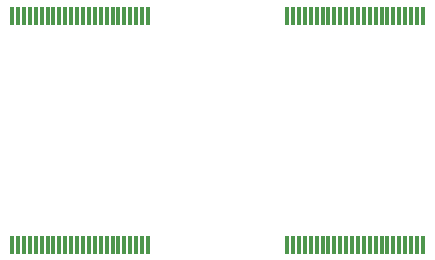
<source format=gbr>
%TF.GenerationSoftware,KiCad,Pcbnew,8.0.8*%
%TF.CreationDate,2025-08-07T21:20:29+02:00*%
%TF.ProjectId,DECPROMEM,44454350-524f-44d4-954d-2e6b69636164,rev?*%
%TF.SameCoordinates,Original*%
%TF.FileFunction,Paste,Top*%
%TF.FilePolarity,Positive*%
%FSLAX46Y46*%
G04 Gerber Fmt 4.6, Leading zero omitted, Abs format (unit mm)*
G04 Created by KiCad (PCBNEW 8.0.8) date 2025-08-07 21:20:29*
%MOMM*%
%LPD*%
G01*
G04 APERTURE LIST*
G04 Aperture macros list*
%AMRoundRect*
0 Rectangle with rounded corners*
0 $1 Rounding radius*
0 $2 $3 $4 $5 $6 $7 $8 $9 X,Y pos of 4 corners*
0 Add a 4 corners polygon primitive as box body*
4,1,4,$2,$3,$4,$5,$6,$7,$8,$9,$2,$3,0*
0 Add four circle primitives for the rounded corners*
1,1,$1+$1,$2,$3*
1,1,$1+$1,$4,$5*
1,1,$1+$1,$6,$7*
1,1,$1+$1,$8,$9*
0 Add four rect primitives between the rounded corners*
20,1,$1+$1,$2,$3,$4,$5,0*
20,1,$1+$1,$4,$5,$6,$7,0*
20,1,$1+$1,$6,$7,$8,$9,0*
20,1,$1+$1,$8,$9,$2,$3,0*%
G04 Aperture macros list end*
%ADD10RoundRect,0.075000X0.075000X-0.712500X0.075000X0.712500X-0.075000X0.712500X-0.075000X-0.712500X0*%
G04 APERTURE END LIST*
D10*
%TO.C,U12*%
X349680000Y-142240000D03*
X350180000Y-142240000D03*
X350680000Y-142240000D03*
X351180000Y-142240000D03*
X351680000Y-142240000D03*
X352180000Y-142240000D03*
X352680000Y-142240000D03*
X353180000Y-142240000D03*
X353680000Y-142240000D03*
X354180000Y-142240000D03*
X354680000Y-142240000D03*
X355180000Y-142240000D03*
X355680000Y-142240000D03*
X356180000Y-142240000D03*
X356680000Y-142240000D03*
X357180000Y-142240000D03*
X357680000Y-142240000D03*
X358180000Y-142240000D03*
X358680000Y-142240000D03*
X359180000Y-142240000D03*
X359680000Y-142240000D03*
X360180000Y-142240000D03*
X360680000Y-142240000D03*
X361180000Y-142240000D03*
X361180000Y-122865000D03*
X360680000Y-122865000D03*
X360180000Y-122865000D03*
X359680000Y-122865000D03*
X359180000Y-122865000D03*
X358680000Y-122865000D03*
X358180000Y-122865000D03*
X357680000Y-122865000D03*
X357180000Y-122865000D03*
X356680000Y-122865000D03*
X356180000Y-122865000D03*
X355680000Y-122865000D03*
X355180000Y-122865000D03*
X354680000Y-122865000D03*
X354180000Y-122865000D03*
X353680000Y-122865000D03*
X353180000Y-122865000D03*
X352680000Y-122865000D03*
X352180000Y-122865000D03*
X351680000Y-122865000D03*
X351180000Y-122865000D03*
X350680000Y-122865000D03*
X350180000Y-122865000D03*
X349680000Y-122865000D03*
%TD*%
%TO.C,U13*%
X372960000Y-142240000D03*
X373460000Y-142240000D03*
X373960000Y-142240000D03*
X374460000Y-142240000D03*
X374960000Y-142240000D03*
X375460000Y-142240000D03*
X375960000Y-142240000D03*
X376460000Y-142240000D03*
X376960000Y-142240000D03*
X377460000Y-142240000D03*
X377960000Y-142240000D03*
X378460000Y-142240000D03*
X378960000Y-142240000D03*
X379460000Y-142240000D03*
X379960000Y-142240000D03*
X380460000Y-142240000D03*
X380960000Y-142240000D03*
X381460000Y-142240000D03*
X381960000Y-142240000D03*
X382460000Y-142240000D03*
X382960000Y-142240000D03*
X383460000Y-142240000D03*
X383960000Y-142240000D03*
X384460000Y-142240000D03*
X384460000Y-122865000D03*
X383960000Y-122865000D03*
X383460000Y-122865000D03*
X382960000Y-122865000D03*
X382460000Y-122865000D03*
X381960000Y-122865000D03*
X381460000Y-122865000D03*
X380960000Y-122865000D03*
X380460000Y-122865000D03*
X379960000Y-122865000D03*
X379460000Y-122865000D03*
X378960000Y-122865000D03*
X378460000Y-122865000D03*
X377960000Y-122865000D03*
X377460000Y-122865000D03*
X376960000Y-122865000D03*
X376460000Y-122865000D03*
X375960000Y-122865000D03*
X375460000Y-122865000D03*
X374960000Y-122865000D03*
X374460000Y-122865000D03*
X373960000Y-122865000D03*
X373460000Y-122865000D03*
X372960000Y-122865000D03*
%TD*%
M02*

</source>
